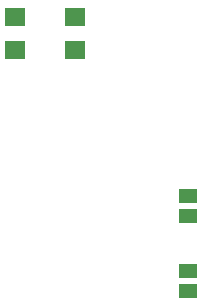
<source format=gtp>
G75*
%MOIN*%
%OFA0B0*%
%FSLAX24Y24*%
%IPPOS*%
%LPD*%
%AMOC8*
5,1,8,0,0,1.08239X$1,22.5*
%
%ADD10R,0.0591X0.0512*%
%ADD11R,0.0709X0.0630*%
D10*
X010680Y008345D03*
X010680Y009015D03*
X010680Y010845D03*
X010680Y011515D03*
D11*
X006930Y016379D03*
X006930Y017481D03*
X004930Y017481D03*
X004930Y016379D03*
M02*

</source>
